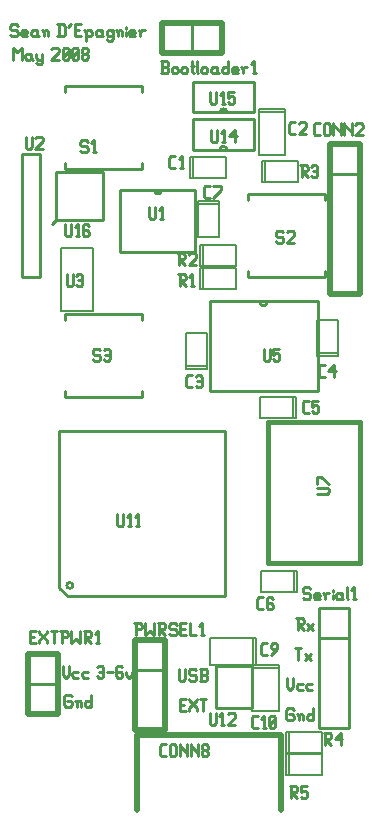
<source format=gbr>
G04 start of page 7 for group -4079 idx -4079
G04 Title: (unknown), topsilk *
G04 Creator: pcb 20070912 *
G04 CreationDate: Mon May 19 07:55:49 2008 UTC *
G04 For: sean *
G04 Format: Gerber/RS-274X *
G04 PCB-Dimensions: 132000 290000 *
G04 PCB-Coordinate-Origin: lower left *
%MOIN*%
%FSLAX24Y24*%
%LNFRONTSILK*%
%ADD11C,0.0100*%
%ADD12C,0.0200*%
%ADD22C,0.0080*%
%ADD47C,0.0060*%
%ADD48C,0.0158*%
G54D11*X3230Y6230D02*X3280Y6180D01*
X3080Y6230D02*X3230D01*
X3030Y6180D02*X3080Y6230D01*
X3030Y6180D02*Y5880D01*
X3080Y5830D01*
X3230D01*
X3280Y5880D01*
Y5980D02*Y5880D01*
X3230Y6030D02*X3280Y5980D01*
X3130Y6030D02*X3230D01*
X3450Y5980D02*Y5830D01*
Y5980D02*X3500Y6030D01*
X3550D01*
X3600Y5980D01*
Y5830D01*
X3400Y6030D02*X3450Y5980D01*
X3920Y6230D02*Y5830D01*
X3870D02*X3920Y5880D01*
X3770Y5830D02*X3870D01*
X3720Y5880D02*X3770Y5830D01*
X3720Y5980D02*Y5880D01*
Y5980D02*X3770Y6030D01*
X3870D01*
X3920Y5980D01*
X6860Y7110D02*Y6760D01*
X6910Y6710D01*
X7010D01*
X7060Y6760D01*
Y7110D02*Y6760D01*
X7380Y7110D02*X7430Y7060D01*
X7230Y7110D02*X7380D01*
X7180Y7060D02*X7230Y7110D01*
X7180Y7060D02*Y6960D01*
X7230Y6910D01*
X7380D01*
X7430Y6860D01*
Y6760D01*
X7380Y6710D02*X7430Y6760D01*
X7230Y6710D02*X7380D01*
X7180Y6760D02*X7230Y6710D01*
X7550D02*X7750D01*
X7800Y6760D01*
Y6860D02*Y6760D01*
X7750Y6910D02*X7800Y6860D01*
X7600Y6910D02*X7750D01*
X7600Y7110D02*Y6710D01*
X7550Y7110D02*X7750D01*
X7800Y7060D01*
Y6960D01*
X7750Y6910D02*X7800Y6960D01*
X6880Y5900D02*X7030D01*
X6880Y5700D02*X7080D01*
X6880Y6100D02*Y5700D01*
Y6100D02*X7080D01*
X7200D02*Y6050D01*
X7450Y5800D01*
Y5700D01*
X7200Y5800D02*Y5700D01*
Y5800D02*X7450Y6050D01*
Y6100D02*Y6050D01*
X7570Y6100D02*X7770D01*
X7670D02*Y5700D01*
X2990Y7210D02*Y6910D01*
X3090Y6810D01*
X3190Y6910D01*
Y7210D02*Y6910D01*
X3360Y7010D02*X3510D01*
X3310Y6960D02*X3360Y7010D01*
X3310Y6960D02*Y6860D01*
X3360Y6810D01*
X3510D01*
X3680Y7010D02*X3830D01*
X3630Y6960D02*X3680Y7010D01*
X3630Y6960D02*Y6860D01*
X3680Y6810D01*
X3830D01*
X4130Y7160D02*X4180Y7210D01*
X4280D01*
X4330Y7160D01*
Y6860D01*
X4280Y6810D02*X4330Y6860D01*
X4180Y6810D02*X4280D01*
X4130Y6860D02*X4180Y6810D01*
Y7010D02*X4330D01*
X4450D02*X4650D01*
X4920Y7210D02*X4970Y7160D01*
X4820Y7210D02*X4920D01*
X4770Y7160D02*X4820Y7210D01*
X4770Y7160D02*Y6860D01*
X4820Y6810D01*
X4920Y7010D02*X4970Y6960D01*
X4770Y7010D02*X4920D01*
X4820Y6810D02*X4920D01*
X4970Y6860D01*
Y6960D02*Y6860D01*
X5090Y7010D02*Y6910D01*
X5190Y6810D01*
X5290Y6910D01*
Y7010D02*Y6910D01*
X10640Y5790D02*X10690Y5740D01*
X10490Y5790D02*X10640D01*
X10440Y5740D02*X10490Y5790D01*
X10440Y5740D02*Y5440D01*
X10490Y5390D01*
X10640D01*
X10690Y5440D01*
Y5540D02*Y5440D01*
X10640Y5590D02*X10690Y5540D01*
X10540Y5590D02*X10640D01*
X10860Y5540D02*Y5390D01*
Y5540D02*X10910Y5590D01*
X10960D01*
X11010Y5540D01*
Y5390D01*
X10810Y5590D02*X10860Y5540D01*
X11330Y5790D02*Y5390D01*
X11280D02*X11330Y5440D01*
X11180Y5390D02*X11280D01*
X11130Y5440D02*X11180Y5390D01*
X11130Y5540D02*Y5440D01*
Y5540D02*X11180Y5590D01*
X11280D01*
X11330Y5540D01*
X10470Y6810D02*Y6510D01*
X10570Y6410D01*
X10670Y6510D01*
Y6810D02*Y6510D01*
X10840Y6610D02*X10990D01*
X10790Y6560D02*X10840Y6610D01*
X10790Y6560D02*Y6460D01*
X10840Y6410D01*
X10990D01*
X11160Y6610D02*X11310D01*
X11110Y6560D02*X11160Y6610D01*
X11110Y6560D02*Y6460D01*
X11160Y6410D01*
X11310D01*
X1440Y28580D02*X1490Y28530D01*
X1290Y28580D02*X1440D01*
X1240Y28530D02*X1290Y28580D01*
X1240Y28530D02*Y28430D01*
X1290Y28380D01*
X1440D01*
X1490Y28330D01*
Y28230D01*
X1440Y28180D02*X1490Y28230D01*
X1290Y28180D02*X1440D01*
X1240Y28230D02*X1290Y28180D01*
X1660D02*X1810D01*
X1610Y28230D02*X1660Y28180D01*
X1610Y28330D02*Y28230D01*
Y28330D02*X1660Y28380D01*
X1760D01*
X1810Y28330D01*
X1610Y28280D02*X1810D01*
Y28330D02*Y28280D01*
X2080Y28380D02*X2130Y28330D01*
X1980Y28380D02*X2080D01*
X1930Y28330D02*X1980Y28380D01*
X1930Y28330D02*Y28230D01*
X1980Y28180D01*
X2130Y28380D02*Y28230D01*
X2180Y28180D01*
X1980D02*X2080D01*
X2130Y28230D01*
X2350Y28330D02*Y28180D01*
Y28330D02*X2400Y28380D01*
X2450D01*
X2500Y28330D01*
Y28180D01*
X2300Y28380D02*X2350Y28330D01*
X2850Y28580D02*Y28180D01*
X3000Y28580D02*X3050Y28530D01*
Y28230D01*
X3000Y28180D02*X3050Y28230D01*
X2800Y28180D02*X3000D01*
X2800Y28580D02*X3000D01*
X3170Y28480D02*X3270Y28580D01*
X3390Y28380D02*X3540D01*
X3390Y28180D02*X3590D01*
X3390Y28580D02*Y28180D01*
Y28580D02*X3590D01*
X3760Y28330D02*Y28030D01*
X3710Y28380D02*X3760Y28330D01*
X3810Y28380D01*
X3910D01*
X3960Y28330D01*
Y28230D01*
X3910Y28180D02*X3960Y28230D01*
X3810Y28180D02*X3910D01*
X3760Y28230D02*X3810Y28180D01*
X4230Y28380D02*X4280Y28330D01*
X4130Y28380D02*X4230D01*
X4080Y28330D02*X4130Y28380D01*
X4080Y28330D02*Y28230D01*
X4130Y28180D01*
X4280Y28380D02*Y28230D01*
X4330Y28180D01*
X4130D02*X4230D01*
X4280Y28230D01*
X4600Y28380D02*X4650Y28330D01*
X4500Y28380D02*X4600D01*
X4450Y28330D02*X4500Y28380D01*
X4450Y28330D02*Y28230D01*
X4500Y28180D01*
X4600D01*
X4650Y28230D01*
X4450Y28080D02*X4500Y28030D01*
X4600D01*
X4650Y28080D01*
Y28380D02*Y28080D01*
X4821Y28330D02*Y28180D01*
Y28330D02*X4871Y28380D01*
X4921D01*
X4971Y28330D01*
Y28180D01*
X4771Y28380D02*X4821Y28330D01*
X5091Y28480D02*Y28430D01*
Y28330D02*Y28180D01*
X5241D02*X5391D01*
X5191Y28230D02*X5241Y28180D01*
X5191Y28330D02*Y28230D01*
Y28330D02*X5241Y28380D01*
X5341D01*
X5391Y28330D01*
X5191Y28280D02*X5391D01*
Y28330D02*Y28280D01*
X5561Y28330D02*Y28180D01*
Y28330D02*X5611Y28380D01*
X5711D01*
X5511D02*X5561Y28330D01*
X1320Y27800D02*Y27400D01*
Y27800D02*X1470Y27650D01*
X1620Y27800D01*
Y27400D01*
X1890Y27600D02*X1940Y27550D01*
X1790Y27600D02*X1890D01*
X1740Y27550D02*X1790Y27600D01*
X1740Y27550D02*Y27450D01*
X1790Y27400D01*
X1940Y27600D02*Y27450D01*
X1990Y27400D01*
X1790D02*X1890D01*
X1940Y27450D01*
X2110Y27600D02*Y27450D01*
X2160Y27400D01*
X2310Y27600D02*Y27300D01*
X2260Y27250D02*X2310Y27300D01*
X2160Y27250D02*X2260D01*
X2110Y27300D02*X2160Y27250D01*
Y27400D02*X2260D01*
X2310Y27450D01*
X2610Y27750D02*X2660Y27800D01*
X2810D01*
X2860Y27750D01*
Y27650D01*
X2610Y27400D02*X2860Y27650D01*
X2610Y27400D02*X2860D01*
X2980Y27450D02*X3030Y27400D01*
X2980Y27750D02*Y27450D01*
Y27750D02*X3030Y27800D01*
X3130D01*
X3180Y27750D01*
Y27450D01*
X3130Y27400D02*X3180Y27450D01*
X3030Y27400D02*X3130D01*
X2980Y27500D02*X3180Y27700D01*
X3300Y27450D02*X3350Y27400D01*
X3300Y27750D02*Y27450D01*
Y27750D02*X3350Y27800D01*
X3450D01*
X3500Y27750D01*
Y27450D01*
X3450Y27400D02*X3500Y27450D01*
X3350Y27400D02*X3450D01*
X3300Y27500D02*X3500Y27700D01*
X3620Y27450D02*X3670Y27400D01*
X3620Y27550D02*Y27450D01*
Y27550D02*X3670Y27600D01*
X3770D01*
X3820Y27550D01*
Y27450D01*
X3770Y27400D02*X3820Y27450D01*
X3670Y27400D02*X3770D01*
X3620Y27650D02*X3670Y27600D01*
X3620Y27750D02*Y27650D01*
Y27750D02*X3670Y27800D01*
X3770D01*
X3820Y27750D01*
Y27650D01*
X3770Y27600D02*X3820Y27650D01*
X10730Y7800D02*X10930D01*
X10830D02*Y7400D01*
X11050Y7600D02*X11250Y7400D01*
X11050D02*X11250Y7600D01*
X10770Y8780D02*X10970D01*
X11020Y8730D01*
Y8630D01*
X10970Y8580D02*X11020Y8630D01*
X10820Y8580D02*X10970D01*
X10820Y8780D02*Y8380D01*
Y8580D02*X11020Y8380D01*
X11140Y8580D02*X11340Y8380D01*
X11140D02*X11340Y8580D01*
X2761Y23648D02*X4338D01*
X2761D02*Y22071D01*
X4338D01*
Y23648D02*Y22071D01*
X2761D02*X2611Y21921D01*
X4910Y23050D02*Y21010D01*
X7410D01*
Y23050D02*Y21010D01*
X6040Y23050D02*X7410D01*
X4910D02*X6280D01*
X6040D02*G75*G03X6280Y23050I120J0D01*G01*
X3060Y23958D02*Y23762D01*
X5619D02*Y23958D01*
X3060Y23762D02*X5619D01*
X3060Y26321D02*Y26518D01*
X5619D02*Y26321D01*
X3060Y26518D02*X5619D01*
X2220Y24250D02*X1620D01*
X2220Y20150D02*Y24250D01*
X1620Y20150D02*X2220D01*
X1620Y24250D02*Y20150D01*
G54D47*X2935Y19045D02*X3998D01*
Y21131D02*Y19045D01*
X2935Y21131D02*X3998D01*
X2935D02*Y19045D01*
G54D22*X10690Y10350D02*Y9650D01*
X9590D02*X10790D01*
X9590Y10350D02*Y9650D01*
Y10350D02*X10790D01*
Y9650D01*
X10660Y16150D02*Y15450D01*
X9560D02*X10760D01*
X9560Y16150D02*Y15450D01*
Y16150D02*X10760D01*
Y15450D01*
G54D11*X11520Y9120D02*Y5120D01*
X12520D01*
Y9120D01*
X11520D01*
Y8120D02*X12520D01*
Y9120D01*
G54D48*X9817Y15341D02*Y10617D01*
X12882Y15341D02*Y10617D01*
X9817D02*X12882D01*
X9817Y15341D02*X12882D01*
G54D22*X10540Y4250D02*Y3550D01*
X10440Y4250D02*X11640D01*
Y3550D01*
X10440D02*X11640D01*
X10440Y4250D02*Y3550D01*
X10540Y5010D02*Y4310D01*
X10440Y5010D02*X11640D01*
Y4310D01*
X10440D02*X11640D01*
X10440Y5010D02*Y4310D01*
G54D12*X10260Y4890D02*Y2390D01*
X5460Y4890D02*Y2390D01*
Y4890D02*X10260D01*
G54D11*X3060Y16358D02*Y16162D01*
X5619D02*Y16358D01*
X3060Y16162D02*X5619D01*
X3060Y18721D02*Y18918D01*
X5619D02*Y18721D01*
X3060Y18918D02*X5619D01*
X3150Y9530D02*X2870Y9810D01*
X3150Y9530D02*X8380D01*
Y15040D02*Y9530D01*
X2870Y15040D02*X8380D01*
X2870D02*Y9810D01*
X3220Y9780D02*G75*G03X3220Y9780I0J100D01*G01*
G54D22*X7110Y17210D02*X7810D01*
X7110Y18310D02*Y17110D01*
Y18310D02*X7810D01*
Y17110D01*
X7110D02*X7810D01*
G54D12*X5410Y8050D02*Y5050D01*
X6410D01*
Y8050D01*
X5410D01*
G54D11*Y7050D02*X6410D01*
Y8050D01*
G54D12*X1840Y7610D02*Y5610D01*
X2840D01*
Y7610D01*
X1840D01*
G54D11*Y6610D02*X2840D01*
Y7610D01*
G54D22*X11450Y17630D02*X12150D01*
X11450Y18730D02*Y17530D01*
Y18730D02*X12150D01*
Y17530D01*
X11450D02*X12150D01*
G54D11*X7880Y16370D02*X11510D01*
X7880Y19370D02*X11510D01*
X7880D02*Y16370D01*
X11510Y19370D02*Y16370D01*
X9550Y19330D02*G75*G03X9810Y19330I130J0D01*G01*
X8110Y7180D02*Y5790D01*
X9290D01*
Y7180D01*
X8110D01*
G54D22*X9440Y8120D02*Y7240D01*
X7900Y8120D02*X9440D01*
X7900D02*Y7240D01*
X9440D01*
X9340Y8120D02*Y7240D01*
X9300D02*X10180D01*
X9300D02*Y5700D01*
X10180D01*
Y7240D02*Y5700D01*
X9300Y7140D02*X10180D01*
X7660Y20470D02*Y19770D01*
X8760Y20470D02*X7560D01*
X8760Y19770D02*Y20470D01*
X7560Y19770D02*X8760D01*
X7560Y20470D02*Y19770D01*
G54D11*X12910Y23580D02*Y24580D01*
X11910Y23580D02*X12910D01*
G54D12*Y24580D02*X11910D01*
X12910Y19580D02*Y24580D01*
X11910Y19580D02*X12910D01*
X11910Y24580D02*Y19580D01*
G54D22*X7510Y22610D02*X8210D01*
Y22710D02*Y21510D01*
X7510D02*X8210D01*
X7510Y22710D02*Y21510D01*
Y22710D02*X8210D01*
G54D11*X9160Y20358D02*Y20162D01*
X11719D02*Y20358D01*
X9160Y20162D02*X11719D01*
X9160Y22721D02*Y22918D01*
X11719D02*Y22721D01*
X9160Y22918D02*X11719D01*
G54D22*X9720Y24040D02*Y23340D01*
X10820Y24040D02*X9620D01*
X10820Y23340D02*Y24040D01*
X9620Y23340D02*X10820D01*
X9620Y24040D02*Y23340D01*
X7650Y21230D02*Y20530D01*
X8750Y21230D02*X7550D01*
X8750Y20530D02*Y21230D01*
X7550Y20530D02*X8750D01*
X7550Y21230D02*Y20530D01*
G54D11*X6310Y28640D02*X7310D01*
Y27640D01*
G54D12*X6310Y28640D02*Y27640D01*
Y28640D02*X8310D01*
Y27640D01*
X6310D02*X8310D01*
G54D11*X8230Y25650D02*X9370D01*
X7320D02*X8470D01*
X7320Y26670D02*Y25650D01*
Y26670D02*X9370D01*
Y25650D01*
X8470D02*G75*G03X8230Y25650I-120J0D01*G01*
G54D22*X7330Y24170D02*Y23470D01*
X7230Y24170D02*X8430D01*
Y23470D01*
X7230D02*X8430D01*
X7230Y24170D02*Y23470D01*
G54D11*X8230Y24410D02*X9370D01*
X7320D02*X8470D01*
X7320Y25430D02*Y24410D01*
Y25430D02*X9370D01*
Y24410D01*
X8470D02*G75*G03X8230Y24410I-120J0D01*G01*
G54D22*X9520Y25770D02*X10400D01*
X9520D02*Y24230D01*
X10400D01*
Y25770D02*Y24230D01*
X9520Y25670D02*X10400D01*
G54D11*X3070Y21920D02*Y21570D01*
X3120Y21520D01*
X3220D01*
X3270Y21570D01*
Y21920D02*Y21570D01*
X3440Y21520D02*X3540D01*
X3490Y21920D02*Y21520D01*
X3390Y21820D02*X3490Y21920D01*
X3810D02*X3860Y21870D01*
X3710Y21920D02*X3810D01*
X3660Y21870D02*X3710Y21920D01*
X3660Y21870D02*Y21570D01*
X3710Y21520D01*
X3810Y21720D02*X3860Y21670D01*
X3660Y21720D02*X3810D01*
X3710Y21520D02*X3810D01*
X3860Y21570D01*
Y21670D02*Y21570D01*
X7730Y22800D02*X7880D01*
X7680Y22850D02*X7730Y22800D01*
X7680Y23150D02*Y22850D01*
Y23150D02*X7730Y23200D01*
X7880D01*
X8000Y22800D02*X8250Y23050D01*
Y23200D02*Y23050D01*
X8000Y23200D02*X8250D01*
X10290Y21700D02*X10340Y21650D01*
X10140Y21700D02*X10290D01*
X10090Y21650D02*X10140Y21700D01*
X10090Y21650D02*Y21550D01*
X10140Y21500D01*
X10290D01*
X10340Y21450D01*
Y21350D01*
X10290Y21300D02*X10340Y21350D01*
X10140Y21300D02*X10290D01*
X10090Y21350D02*X10140Y21300D01*
X10460Y21650D02*X10510Y21700D01*
X10660D01*
X10710Y21650D01*
Y21550D01*
X10460Y21300D02*X10710Y21550D01*
X10460Y21300D02*X10710D01*
X5870Y22510D02*Y22160D01*
X5920Y22110D01*
X6020D01*
X6070Y22160D01*
Y22510D02*Y22160D01*
X6240Y22110D02*X6340D01*
X6290Y22510D02*Y22110D01*
X6190Y22410D02*X6290Y22510D01*
X6830Y20260D02*X7030D01*
X7080Y20210D01*
Y20110D01*
X7030Y20060D02*X7080Y20110D01*
X6880Y20060D02*X7030D01*
X6880Y20260D02*Y19860D01*
Y20060D02*X7080Y19860D01*
X7250D02*X7350D01*
X7300Y20260D02*Y19860D01*
X7200Y20160D02*X7300Y20260D01*
X11410Y24890D02*X11560D01*
X11360Y24940D02*X11410Y24890D01*
X11360Y25240D02*Y24940D01*
Y25240D02*X11410Y25290D01*
X11560D01*
X11680Y25240D02*Y24940D01*
Y25240D02*X11730Y25290D01*
X11830D01*
X11880Y25240D01*
Y24940D01*
X11830Y24890D02*X11880Y24940D01*
X11730Y24890D02*X11830D01*
X11680Y24940D02*X11730Y24890D01*
X12000Y25290D02*Y24890D01*
Y25290D02*Y25240D01*
X12250Y24990D01*
Y25290D02*Y24890D01*
X12370Y25290D02*Y24890D01*
Y25290D02*Y25240D01*
X12620Y24990D01*
Y25290D02*Y24890D01*
X12740Y25240D02*X12790Y25290D01*
X12940D01*
X12990Y25240D01*
Y25140D01*
X12740Y24890D02*X12990Y25140D01*
X12740Y24890D02*X12990D01*
X10900Y23880D02*X11100D01*
X11150Y23830D01*
Y23730D01*
X11100Y23680D02*X11150Y23730D01*
X10950Y23680D02*X11100D01*
X10950Y23880D02*Y23480D01*
Y23680D02*X11150Y23480D01*
X11270Y23830D02*X11320Y23880D01*
X11420D01*
X11470Y23830D01*
Y23530D01*
X11420Y23480D02*X11470Y23530D01*
X11320Y23480D02*X11420D01*
X11270Y23530D02*X11320Y23480D01*
Y23680D02*X11470D01*
X10580Y24920D02*X10730D01*
X10530Y24970D02*X10580Y24920D01*
X10530Y25270D02*Y24970D01*
Y25270D02*X10580Y25320D01*
X10730D01*
X10850Y25270D02*X10900Y25320D01*
X11050D01*
X11100Y25270D01*
Y25170D01*
X10850Y24920D02*X11100Y25170D01*
X10850Y24920D02*X11100D01*
X6250Y26960D02*X6450D01*
X6500Y27010D01*
Y27110D02*Y27010D01*
X6450Y27160D02*X6500Y27110D01*
X6300Y27160D02*X6450D01*
X6300Y27360D02*Y26960D01*
X6250Y27360D02*X6450D01*
X6500Y27310D01*
Y27210D01*
X6450Y27160D02*X6500Y27210D01*
X6620Y27110D02*Y27010D01*
Y27110D02*X6670Y27160D01*
X6770D01*
X6820Y27110D01*
Y27010D01*
X6770Y26960D02*X6820Y27010D01*
X6670Y26960D02*X6770D01*
X6620Y27010D02*X6670Y26960D01*
X6940Y27110D02*Y27010D01*
Y27110D02*X6990Y27160D01*
X7090D01*
X7140Y27110D01*
Y27010D01*
X7090Y26960D02*X7140Y27010D01*
X6990Y26960D02*X7090D01*
X6940Y27010D02*X6990Y26960D01*
X7310Y27360D02*Y27010D01*
X7360Y26960D01*
X7260Y27210D02*X7360D01*
X7460Y27360D02*Y27010D01*
X7510Y26960D01*
X7610Y27110D02*Y27010D01*
Y27110D02*X7660Y27160D01*
X7760D01*
X7810Y27110D01*
Y27010D01*
X7760Y26960D02*X7810Y27010D01*
X7660Y26960D02*X7760D01*
X7610Y27010D02*X7660Y26960D01*
X8080Y27160D02*X8130Y27110D01*
X7980Y27160D02*X8080D01*
X7930Y27110D02*X7980Y27160D01*
X7930Y27110D02*Y27010D01*
X7980Y26960D01*
X8130Y27160D02*Y27010D01*
X8180Y26960D01*
X7980D02*X8080D01*
X8130Y27010D01*
X8500Y27360D02*Y26960D01*
X8450D02*X8500Y27010D01*
X8350Y26960D02*X8450D01*
X8300Y27010D02*X8350Y26960D01*
X8300Y27110D02*Y27010D01*
Y27110D02*X8350Y27160D01*
X8450D01*
X8500Y27110D01*
X8670Y26960D02*X8820D01*
X8620Y27010D02*X8670Y26960D01*
X8620Y27110D02*Y27010D01*
Y27110D02*X8670Y27160D01*
X8770D01*
X8820Y27110D01*
X8620Y27060D02*X8820D01*
Y27110D02*Y27060D01*
X8990Y27110D02*Y26960D01*
Y27110D02*X9040Y27160D01*
X9140D01*
X8940D02*X8990Y27110D01*
X9311Y26960D02*X9411D01*
X9361Y27360D02*Y26960D01*
X9261Y27260D02*X9361Y27360D01*
X7910Y26330D02*Y25980D01*
X7960Y25930D01*
X8060D01*
X8110Y25980D01*
Y26330D02*Y25980D01*
X8280Y25930D02*X8380D01*
X8330Y26330D02*Y25930D01*
X8230Y26230D02*X8330Y26330D01*
X8500D02*X8700D01*
X8500D02*Y26130D01*
X8550Y26180D01*
X8650D01*
X8700Y26130D01*
Y25980D01*
X8650Y25930D02*X8700Y25980D01*
X8550Y25930D02*X8650D01*
X8500Y25980D02*X8550Y25930D01*
X1750Y24840D02*Y24490D01*
X1800Y24440D01*
X1900D01*
X1950Y24490D01*
Y24840D02*Y24490D01*
X2070Y24790D02*X2120Y24840D01*
X2270D01*
X2320Y24790D01*
Y24690D01*
X2070Y24440D02*X2320Y24690D01*
X2070Y24440D02*X2320D01*
X3770Y24720D02*X3820Y24670D01*
X3620Y24720D02*X3770D01*
X3570Y24670D02*X3620Y24720D01*
X3570Y24670D02*Y24570D01*
X3620Y24520D01*
X3770D01*
X3820Y24470D01*
Y24370D01*
X3770Y24320D02*X3820Y24370D01*
X3620Y24320D02*X3770D01*
X3570Y24370D02*X3620Y24320D01*
X3990D02*X4090D01*
X4040Y24720D02*Y24320D01*
X3940Y24620D02*X4040Y24720D01*
X7940Y25060D02*Y24710D01*
X7990Y24660D01*
X8090D01*
X8140Y24710D01*
Y25060D02*Y24710D01*
X8310Y24660D02*X8410D01*
X8360Y25060D02*Y24660D01*
X8260Y24960D02*X8360Y25060D01*
X8530Y24860D02*X8730Y25060D01*
X8530Y24860D02*X8780D01*
X8730Y25060D02*Y24660D01*
X3120Y20250D02*Y19900D01*
X3170Y19850D01*
X3270D01*
X3320Y19900D01*
Y20250D02*Y19900D01*
X3440Y20200D02*X3490Y20250D01*
X3590D01*
X3640Y20200D01*
Y19900D01*
X3590Y19850D02*X3640Y19900D01*
X3490Y19850D02*X3590D01*
X3440Y19900D02*X3490Y19850D01*
Y20050D02*X3640D01*
X6810Y20960D02*X7010D01*
X7060Y20910D01*
Y20810D01*
X7010Y20760D02*X7060Y20810D01*
X6860Y20760D02*X7010D01*
X6860Y20960D02*Y20560D01*
Y20760D02*X7060Y20560D01*
X7180Y20910D02*X7230Y20960D01*
X7380D01*
X7430Y20910D01*
Y20810D01*
X7180Y20560D02*X7430Y20810D01*
X7180Y20560D02*X7430D01*
X6580Y23790D02*X6730D01*
X6530Y23840D02*X6580Y23790D01*
X6530Y24140D02*Y23840D01*
Y24140D02*X6580Y24190D01*
X6730D01*
X6900Y23790D02*X7000D01*
X6950Y24190D02*Y23790D01*
X6850Y24090D02*X6950Y24190D01*
X9520Y9090D02*X9670D01*
X9470Y9140D02*X9520Y9090D01*
X9470Y9440D02*Y9140D01*
Y9440D02*X9520Y9490D01*
X9670D01*
X9940D02*X9990Y9440D01*
X9840Y9490D02*X9940D01*
X9790Y9440D02*X9840Y9490D01*
X9790Y9440D02*Y9140D01*
X9840Y9090D01*
X9940Y9290D02*X9990Y9240D01*
X9790Y9290D02*X9940D01*
X9840Y9090D02*X9940D01*
X9990Y9140D01*
Y9240D02*Y9140D01*
X11040Y15630D02*X11190D01*
X10990Y15680D02*X11040Y15630D01*
X10990Y15980D02*Y15680D01*
Y15980D02*X11040Y16030D01*
X11190D01*
X11310D02*X11510D01*
X11310D02*Y15830D01*
X11360Y15880D01*
X11460D01*
X11510Y15830D01*
Y15680D01*
X11460Y15630D02*X11510Y15680D01*
X11360Y15630D02*X11460D01*
X11310Y15680D02*X11360Y15630D01*
X11180Y9820D02*X11230Y9770D01*
X11030Y9820D02*X11180D01*
X10980Y9770D02*X11030Y9820D01*
X10980Y9770D02*Y9670D01*
X11030Y9620D01*
X11180D01*
X11230Y9570D01*
Y9470D01*
X11180Y9420D02*X11230Y9470D01*
X11030Y9420D02*X11180D01*
X10980Y9470D02*X11030Y9420D01*
X11400D02*X11550D01*
X11350Y9470D02*X11400Y9420D01*
X11350Y9570D02*Y9470D01*
Y9570D02*X11400Y9620D01*
X11500D01*
X11550Y9570D01*
X11350Y9520D02*X11550D01*
Y9570D02*Y9520D01*
X11720Y9570D02*Y9420D01*
Y9570D02*X11770Y9620D01*
X11870D01*
X11670D02*X11720Y9570D01*
X11990Y9720D02*Y9670D01*
Y9570D02*Y9420D01*
X12240Y9620D02*X12290Y9570D01*
X12140Y9620D02*X12240D01*
X12090Y9570D02*X12140Y9620D01*
X12090Y9570D02*Y9470D01*
X12140Y9420D01*
X12290Y9620D02*Y9470D01*
X12340Y9420D01*
X12140D02*X12240D01*
X12290Y9470D01*
X12460Y9820D02*Y9470D01*
X12510Y9420D01*
X12660D02*X12760D01*
X12710Y9820D02*Y9420D01*
X12610Y9720D02*X12710Y9820D01*
X11450Y12940D02*X11800D01*
X11850Y12990D01*
Y13090D02*Y12990D01*
Y13090D02*X11800Y13140D01*
X11450D02*X11800D01*
X11850Y13260D02*X11600Y13510D01*
X11450D02*X11600D01*
X11450D02*Y13260D01*
X10550Y3190D02*X10750D01*
X10800Y3140D01*
Y3040D01*
X10750Y2990D02*X10800Y3040D01*
X10600Y2990D02*X10750D01*
X10600Y3190D02*Y2790D01*
Y2990D02*X10800Y2790D01*
X10920Y3190D02*X11120D01*
X10920D02*Y2990D01*
X10970Y3040D01*
X11070D01*
X11120Y2990D01*
Y2840D01*
X11070Y2790D02*X11120Y2840D01*
X10970Y2790D02*X11070D01*
X10920Y2840D02*X10970Y2790D01*
X7890Y5640D02*Y5290D01*
X7940Y5240D01*
X8040D01*
X8090Y5290D01*
Y5640D02*Y5290D01*
X8260Y5240D02*X8360D01*
X8310Y5640D02*Y5240D01*
X8210Y5540D02*X8310Y5640D01*
X8480Y5590D02*X8530Y5640D01*
X8680D01*
X8730Y5590D01*
Y5490D01*
X8480Y5240D02*X8730Y5490D01*
X8480Y5240D02*X8730D01*
X9330Y5140D02*X9480D01*
X9280Y5190D02*X9330Y5140D01*
X9280Y5490D02*Y5190D01*
Y5490D02*X9330Y5540D01*
X9480D01*
X9650Y5140D02*X9750D01*
X9700Y5540D02*Y5140D01*
X9600Y5440D02*X9700Y5540D01*
X9870Y5190D02*X9920Y5140D01*
X9870Y5490D02*Y5190D01*
Y5490D02*X9920Y5540D01*
X10020D01*
X10070Y5490D01*
Y5190D01*
X10020Y5140D02*X10070Y5190D01*
X9920Y5140D02*X10020D01*
X9870Y5240D02*X10070Y5440D01*
X11690Y4970D02*X11890D01*
X11940Y4920D01*
Y4820D01*
X11890Y4770D02*X11940Y4820D01*
X11740Y4770D02*X11890D01*
X11740Y4970D02*Y4570D01*
Y4770D02*X11940Y4570D01*
X12060Y4770D02*X12260Y4970D01*
X12060Y4770D02*X12310D01*
X12260Y4970D02*Y4570D01*
X6290Y4180D02*X6440D01*
X6240Y4230D02*X6290Y4180D01*
X6240Y4530D02*Y4230D01*
Y4530D02*X6290Y4580D01*
X6440D01*
X6560Y4530D02*Y4230D01*
Y4530D02*X6610Y4580D01*
X6710D01*
X6760Y4530D01*
Y4230D01*
X6710Y4180D02*X6760Y4230D01*
X6610Y4180D02*X6710D01*
X6560Y4230D02*X6610Y4180D01*
X6880Y4580D02*Y4180D01*
Y4580D02*Y4530D01*
X7130Y4280D01*
Y4580D02*Y4180D01*
X7250Y4580D02*Y4180D01*
Y4580D02*Y4530D01*
X7500Y4280D01*
Y4580D02*Y4180D01*
X7620Y4230D02*X7670Y4180D01*
X7620Y4330D02*Y4230D01*
Y4330D02*X7670Y4380D01*
X7770D01*
X7820Y4330D01*
Y4230D01*
X7770Y4180D02*X7820Y4230D01*
X7670Y4180D02*X7770D01*
X7620Y4430D02*X7670Y4380D01*
X7620Y4530D02*Y4430D01*
Y4530D02*X7670Y4580D01*
X7770D01*
X7820Y4530D01*
Y4430D01*
X7770Y4380D02*X7820Y4430D01*
X4180Y17770D02*X4230Y17720D01*
X4030Y17770D02*X4180D01*
X3980Y17720D02*X4030Y17770D01*
X3980Y17720D02*Y17620D01*
X4030Y17570D01*
X4180D01*
X4230Y17520D01*
Y17420D01*
X4180Y17370D02*X4230Y17420D01*
X4030Y17370D02*X4180D01*
X3980Y17420D02*X4030Y17370D01*
X4350Y17720D02*X4400Y17770D01*
X4500D01*
X4550Y17720D01*
Y17420D01*
X4500Y17370D02*X4550Y17420D01*
X4400Y17370D02*X4500D01*
X4350Y17420D02*X4400Y17370D01*
Y17570D02*X4550D01*
X4800Y12250D02*Y11900D01*
X4850Y11850D01*
X4950D01*
X5000Y11900D01*
Y12250D02*Y11900D01*
X5170Y11850D02*X5270D01*
X5220Y12250D02*Y11850D01*
X5120Y12150D02*X5220Y12250D01*
X5440Y11850D02*X5540D01*
X5490Y12250D02*Y11850D01*
X5390Y12150D02*X5490Y12250D01*
X5420Y8620D02*Y8220D01*
X5370Y8620D02*X5570D01*
X5620Y8570D01*
Y8470D01*
X5570Y8420D02*X5620Y8470D01*
X5420Y8420D02*X5570D01*
X5740Y8620D02*Y8220D01*
X5890Y8370D01*
X6040Y8220D01*
Y8620D02*Y8220D01*
X6160Y8620D02*X6360D01*
X6410Y8570D01*
Y8470D01*
X6360Y8420D02*X6410Y8470D01*
X6210Y8420D02*X6360D01*
X6210Y8620D02*Y8220D01*
Y8420D02*X6410Y8220D01*
X6730Y8620D02*X6780Y8570D01*
X6580Y8620D02*X6730D01*
X6530Y8570D02*X6580Y8620D01*
X6530Y8570D02*Y8470D01*
X6580Y8420D01*
X6730D01*
X6780Y8370D01*
Y8270D01*
X6730Y8220D02*X6780Y8270D01*
X6580Y8220D02*X6730D01*
X6530Y8270D02*X6580Y8220D01*
X6900Y8420D02*X7050D01*
X6900Y8220D02*X7100D01*
X6900Y8620D02*Y8220D01*
Y8620D02*X7100D01*
X7220D02*Y8220D01*
X7420D01*
X7590D02*X7690D01*
X7640Y8620D02*Y8220D01*
X7540Y8520D02*X7640Y8620D01*
X9660Y7560D02*X9810D01*
X9610Y7610D02*X9660Y7560D01*
X9610Y7910D02*Y7610D01*
Y7910D02*X9660Y7960D01*
X9810D01*
X9930Y7560D02*X10130Y7760D01*
Y7910D02*Y7760D01*
X10080Y7960D02*X10130Y7910D01*
X9980Y7960D02*X10080D01*
X9930Y7910D02*X9980Y7960D01*
X9930Y7910D02*Y7810D01*
X9980Y7760D01*
X10130D01*
X1890Y8150D02*X2040D01*
X1890Y7950D02*X2090D01*
X1890Y8350D02*Y7950D01*
Y8350D02*X2090D01*
X2210D02*Y8300D01*
X2460Y8050D01*
Y7950D01*
X2210Y8050D02*Y7950D01*
Y8050D02*X2460Y8300D01*
Y8350D02*Y8300D01*
X2580Y8350D02*X2780D01*
X2680D02*Y7950D01*
X2950Y8350D02*Y7950D01*
X2900Y8350D02*X3100D01*
X3150Y8300D01*
Y8200D01*
X3100Y8150D02*X3150Y8200D01*
X2950Y8150D02*X3100D01*
X3270Y8350D02*Y7950D01*
X3420Y8100D01*
X3570Y7950D01*
Y8350D02*Y7950D01*
X3690Y8350D02*X3890D01*
X3940Y8300D01*
Y8200D01*
X3890Y8150D02*X3940Y8200D01*
X3740Y8150D02*X3890D01*
X3740Y8350D02*Y7950D01*
Y8150D02*X3940Y7950D01*
X4110D02*X4210D01*
X4160Y8350D02*Y7950D01*
X4060Y8250D02*X4160Y8350D01*
X11570Y16840D02*X11720D01*
X11520Y16890D02*X11570Y16840D01*
X11520Y17190D02*Y16890D01*
Y17190D02*X11570Y17240D01*
X11720D01*
X11840Y17040D02*X12040Y17240D01*
X11840Y17040D02*X12090D01*
X12040Y17240D02*Y16840D01*
X9680Y17770D02*Y17420D01*
X9730Y17370D01*
X9830D01*
X9880Y17420D01*
Y17770D02*Y17420D01*
X10000Y17770D02*X10200D01*
X10000D02*Y17570D01*
X10050Y17620D01*
X10150D01*
X10200Y17570D01*
Y17420D01*
X10150Y17370D02*X10200Y17420D01*
X10050Y17370D02*X10150D01*
X10000Y17420D02*X10050Y17370D01*
X7150Y16480D02*X7300D01*
X7100Y16530D02*X7150Y16480D01*
X7100Y16830D02*Y16530D01*
Y16830D02*X7150Y16880D01*
X7300D01*
X7420Y16830D02*X7470Y16880D01*
X7570D01*
X7620Y16830D01*
Y16530D01*
X7570Y16480D02*X7620Y16530D01*
X7470Y16480D02*X7570D01*
X7420Y16530D02*X7470Y16480D01*
Y16680D02*X7620D01*
M02*

</source>
